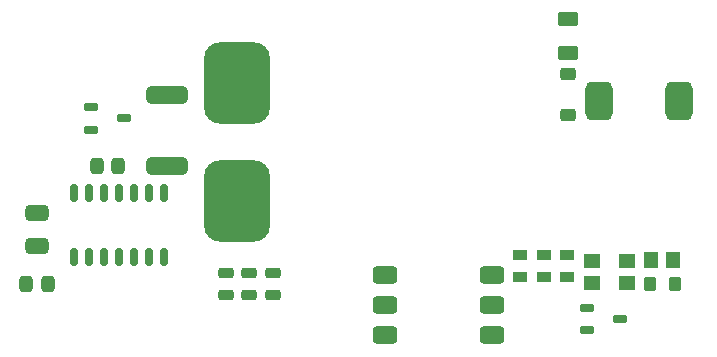
<source format=gtp>
G04*
G04 #@! TF.GenerationSoftware,Altium Limited,Altium Designer,23.3.1 (30)*
G04*
G04 Layer_Color=8421504*
%FSLAX44Y44*%
%MOMM*%
G71*
G04*
G04 #@! TF.SameCoordinates,3D1257D7-4C2A-4C7C-83D6-A3DF8429B7D0*
G04*
G04*
G04 #@! TF.FilePolarity,Positive*
G04*
G01*
G75*
%ADD17R,1.3500X1.1500*%
G04:AMPARAMS|DCode=18|XSize=0.65mm|YSize=1.25mm|CornerRadius=0.1625mm|HoleSize=0mm|Usage=FLASHONLY|Rotation=90.000|XOffset=0mm|YOffset=0mm|HoleType=Round|Shape=RoundedRectangle|*
%AMROUNDEDRECTD18*
21,1,0.6500,0.9250,0,0,90.0*
21,1,0.3250,1.2500,0,0,90.0*
1,1,0.3250,0.4625,0.1625*
1,1,0.3250,0.4625,-0.1625*
1,1,0.3250,-0.4625,-0.1625*
1,1,0.3250,-0.4625,0.1625*
%
%ADD18ROUNDEDRECTD18*%
G04:AMPARAMS|DCode=19|XSize=1.35mm|YSize=1.15mm|CornerRadius=0.2875mm|HoleSize=0mm|Usage=FLASHONLY|Rotation=90.000|XOffset=0mm|YOffset=0mm|HoleType=Round|Shape=RoundedRectangle|*
%AMROUNDEDRECTD19*
21,1,1.3500,0.5750,0,0,90.0*
21,1,0.7750,1.1500,0,0,90.0*
1,1,0.5750,0.2875,0.3875*
1,1,0.5750,0.2875,-0.3875*
1,1,0.5750,-0.2875,-0.3875*
1,1,0.5750,-0.2875,0.3875*
%
%ADD19ROUNDEDRECTD19*%
G04:AMPARAMS|DCode=20|XSize=1.95mm|YSize=1.4mm|CornerRadius=0.35mm|HoleSize=0mm|Usage=FLASHONLY|Rotation=180.000|XOffset=0mm|YOffset=0mm|HoleType=Round|Shape=RoundedRectangle|*
%AMROUNDEDRECTD20*
21,1,1.9500,0.7000,0,0,180.0*
21,1,1.2500,1.4000,0,0,180.0*
1,1,0.7000,-0.6250,0.3500*
1,1,0.7000,0.6250,0.3500*
1,1,0.7000,0.6250,-0.3500*
1,1,0.7000,-0.6250,-0.3500*
%
%ADD20ROUNDEDRECTD20*%
G04:AMPARAMS|DCode=21|XSize=5.6mm|YSize=6.9mm|CornerRadius=1.4mm|HoleSize=0mm|Usage=FLASHONLY|Rotation=180.000|XOffset=0mm|YOffset=0mm|HoleType=Round|Shape=RoundedRectangle|*
%AMROUNDEDRECTD21*
21,1,5.6000,4.1000,0,0,180.0*
21,1,2.8000,6.9000,0,0,180.0*
1,1,2.8000,-1.4000,2.0500*
1,1,2.8000,1.4000,2.0500*
1,1,2.8000,1.4000,-2.0500*
1,1,2.8000,-1.4000,-2.0500*
%
%ADD21ROUNDEDRECTD21*%
G04:AMPARAMS|DCode=22|XSize=3.5mm|YSize=1.5mm|CornerRadius=0.375mm|HoleSize=0mm|Usage=FLASHONLY|Rotation=180.000|XOffset=0mm|YOffset=0mm|HoleType=Round|Shape=RoundedRectangle|*
%AMROUNDEDRECTD22*
21,1,3.5000,0.7500,0,0,180.0*
21,1,2.7500,1.5000,0,0,180.0*
1,1,0.7500,-1.3750,0.3750*
1,1,0.7500,1.3750,0.3750*
1,1,0.7500,1.3750,-0.3750*
1,1,0.7500,-1.3750,-0.3750*
%
%ADD22ROUNDEDRECTD22*%
G04:AMPARAMS|DCode=23|XSize=0.6mm|YSize=1.45mm|CornerRadius=0.15mm|HoleSize=0mm|Usage=FLASHONLY|Rotation=0.000|XOffset=0mm|YOffset=0mm|HoleType=Round|Shape=RoundedRectangle|*
%AMROUNDEDRECTD23*
21,1,0.6000,1.1500,0,0,0.0*
21,1,0.3000,1.4500,0,0,0.0*
1,1,0.3000,0.1500,-0.5750*
1,1,0.3000,-0.1500,-0.5750*
1,1,0.3000,-0.1500,0.5750*
1,1,0.3000,0.1500,0.5750*
%
%ADD23ROUNDEDRECTD23*%
%ADD24R,1.3000X0.9000*%
%ADD25R,1.1500X1.3500*%
G04:AMPARAMS|DCode=26|XSize=1.2mm|YSize=1.1mm|CornerRadius=0.275mm|HoleSize=0mm|Usage=FLASHONLY|Rotation=90.000|XOffset=0mm|YOffset=0mm|HoleType=Round|Shape=RoundedRectangle|*
%AMROUNDEDRECTD26*
21,1,1.2000,0.5500,0,0,90.0*
21,1,0.6500,1.1000,0,0,90.0*
1,1,0.5500,0.2750,0.3250*
1,1,0.5500,0.2750,-0.3250*
1,1,0.5500,-0.2750,-0.3250*
1,1,0.5500,-0.2750,0.3250*
%
%ADD26ROUNDEDRECTD26*%
G04:AMPARAMS|DCode=27|XSize=1.5mm|YSize=2.1mm|CornerRadius=0.375mm|HoleSize=0mm|Usage=FLASHONLY|Rotation=90.000|XOffset=0mm|YOffset=0mm|HoleType=Round|Shape=RoundedRectangle|*
%AMROUNDEDRECTD27*
21,1,1.5000,1.3500,0,0,90.0*
21,1,0.7500,2.1000,0,0,90.0*
1,1,0.7500,0.6750,0.3750*
1,1,0.7500,0.6750,-0.3750*
1,1,0.7500,-0.6750,-0.3750*
1,1,0.7500,-0.6750,0.3750*
%
%ADD27ROUNDEDRECTD27*%
G04:AMPARAMS|DCode=28|XSize=1.75mm|YSize=1.25mm|CornerRadius=0.3125mm|HoleSize=0mm|Usage=FLASHONLY|Rotation=180.000|XOffset=0mm|YOffset=0mm|HoleType=Round|Shape=RoundedRectangle|*
%AMROUNDEDRECTD28*
21,1,1.7500,0.6250,0,0,180.0*
21,1,1.1250,1.2500,0,0,180.0*
1,1,0.6250,-0.5625,0.3125*
1,1,0.6250,0.5625,0.3125*
1,1,0.6250,0.5625,-0.3125*
1,1,0.6250,-0.5625,-0.3125*
%
%ADD28ROUNDEDRECTD28*%
G04:AMPARAMS|DCode=29|XSize=1.3mm|YSize=1.1mm|CornerRadius=0.275mm|HoleSize=0mm|Usage=FLASHONLY|Rotation=0.000|XOffset=0mm|YOffset=0mm|HoleType=Round|Shape=RoundedRectangle|*
%AMROUNDEDRECTD29*
21,1,1.3000,0.5500,0,0,0.0*
21,1,0.7500,1.1000,0,0,0.0*
1,1,0.5500,0.3750,-0.2750*
1,1,0.5500,-0.3750,-0.2750*
1,1,0.5500,-0.3750,0.2750*
1,1,0.5500,0.3750,0.2750*
%
%ADD29ROUNDEDRECTD29*%
G04:AMPARAMS|DCode=30|XSize=3.3mm|YSize=2.3mm|CornerRadius=0.575mm|HoleSize=0mm|Usage=FLASHONLY|Rotation=270.000|XOffset=0mm|YOffset=0mm|HoleType=Round|Shape=RoundedRectangle|*
%AMROUNDEDRECTD30*
21,1,3.3000,1.1500,0,0,270.0*
21,1,2.1500,2.3000,0,0,270.0*
1,1,1.1500,-0.5750,-1.0750*
1,1,1.1500,-0.5750,1.0750*
1,1,1.1500,0.5750,1.0750*
1,1,1.1500,0.5750,-1.0750*
%
%ADD30ROUNDEDRECTD30*%
G04:AMPARAMS|DCode=31|XSize=0.9mm|YSize=1.3mm|CornerRadius=0.225mm|HoleSize=0mm|Usage=FLASHONLY|Rotation=270.000|XOffset=0mm|YOffset=0mm|HoleType=Round|Shape=RoundedRectangle|*
%AMROUNDEDRECTD31*
21,1,0.9000,0.8500,0,0,270.0*
21,1,0.4500,1.3000,0,0,270.0*
1,1,0.4500,-0.4250,-0.2250*
1,1,0.4500,-0.4250,0.2250*
1,1,0.4500,0.4250,0.2250*
1,1,0.4500,0.4250,-0.2250*
%
%ADD31ROUNDEDRECTD31*%
D17*
X530000Y60750D02*
D03*
Y79250D02*
D03*
X500000Y60750D02*
D03*
Y79250D02*
D03*
D18*
X524250Y30000D02*
D03*
X75750Y209500D02*
D03*
Y190500D02*
D03*
X104250Y200000D02*
D03*
X495750Y39500D02*
D03*
Y20500D02*
D03*
D19*
X80750Y160000D02*
D03*
X99250D02*
D03*
X20750Y60000D02*
D03*
X39250D02*
D03*
D20*
X30000Y92000D02*
D03*
Y120000D02*
D03*
D21*
X200000Y230000D02*
D03*
Y130000D02*
D03*
D22*
X140000Y160000D02*
D03*
Y220000D02*
D03*
D23*
X138100Y137250D02*
D03*
X125400D02*
D03*
X112700D02*
D03*
X100000D02*
D03*
X87300D02*
D03*
X74600D02*
D03*
X61900D02*
D03*
X138100Y82750D02*
D03*
X125400D02*
D03*
X112700D02*
D03*
X100000D02*
D03*
X87300D02*
D03*
X74600D02*
D03*
X61900D02*
D03*
D24*
X439198Y84500D02*
D03*
Y65500D02*
D03*
X459198Y84500D02*
D03*
Y65500D02*
D03*
X479198Y84500D02*
D03*
Y65500D02*
D03*
D25*
X568500Y80000D02*
D03*
X550000D02*
D03*
D26*
X549500Y60000D02*
D03*
X570500D02*
D03*
D27*
X324500Y67150D02*
D03*
Y41750D02*
D03*
Y16350D02*
D03*
X415500Y67150D02*
D03*
Y41750D02*
D03*
Y16350D02*
D03*
D28*
X480000Y284250D02*
D03*
Y255750D02*
D03*
D29*
Y237500D02*
D03*
Y202500D02*
D03*
D30*
X506000Y215000D02*
D03*
X574000D02*
D03*
D31*
X190000Y50500D02*
D03*
Y69500D02*
D03*
X210000Y50500D02*
D03*
Y69500D02*
D03*
X230000Y50500D02*
D03*
Y69500D02*
D03*
M02*

</source>
